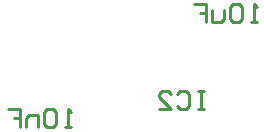
<source format=gbo>
G04*
G04 #@! TF.GenerationSoftware,Altium Limited,Altium NEXUS,1.0.9 (89)*
G04*
G04 Layer_Color=32896*
%FSLAX42Y42*%
%MOMM*%
G71*
G01*
G75*
%ADD10C,0.25*%
D10*
X9347Y9538D02*
X9296D01*
X9322D01*
Y9690D01*
X9347Y9665D01*
X9220D02*
X9195Y9690D01*
X9144D01*
X9119Y9665D01*
Y9563D01*
X9144Y9538D01*
X9195D01*
X9220Y9563D01*
Y9665D01*
X9068Y9639D02*
Y9563D01*
X9042Y9538D01*
X8966D01*
Y9639D01*
X8814Y9690D02*
X8916D01*
Y9614D01*
X8865D01*
X8916D01*
Y9538D01*
X7772Y8649D02*
X7722D01*
X7747D01*
Y8801D01*
X7772Y8776D01*
X7645D02*
X7620Y8801D01*
X7569D01*
X7544Y8776D01*
Y8674D01*
X7569Y8649D01*
X7620D01*
X7645Y8674D01*
Y8776D01*
X7493Y8649D02*
Y8750D01*
X7417D01*
X7392Y8725D01*
Y8649D01*
X7239Y8801D02*
X7341D01*
Y8725D01*
X7290D01*
X7341D01*
Y8649D01*
X8903Y8953D02*
X8852D01*
X8877D01*
Y8801D01*
X8903D01*
X8852D01*
X8674Y8928D02*
X8700Y8953D01*
X8750D01*
X8776Y8928D01*
Y8826D01*
X8750Y8801D01*
X8700D01*
X8674Y8826D01*
X8522Y8801D02*
X8623D01*
X8522Y8903D01*
Y8928D01*
X8547Y8953D01*
X8598D01*
X8623Y8928D01*
M02*

</source>
